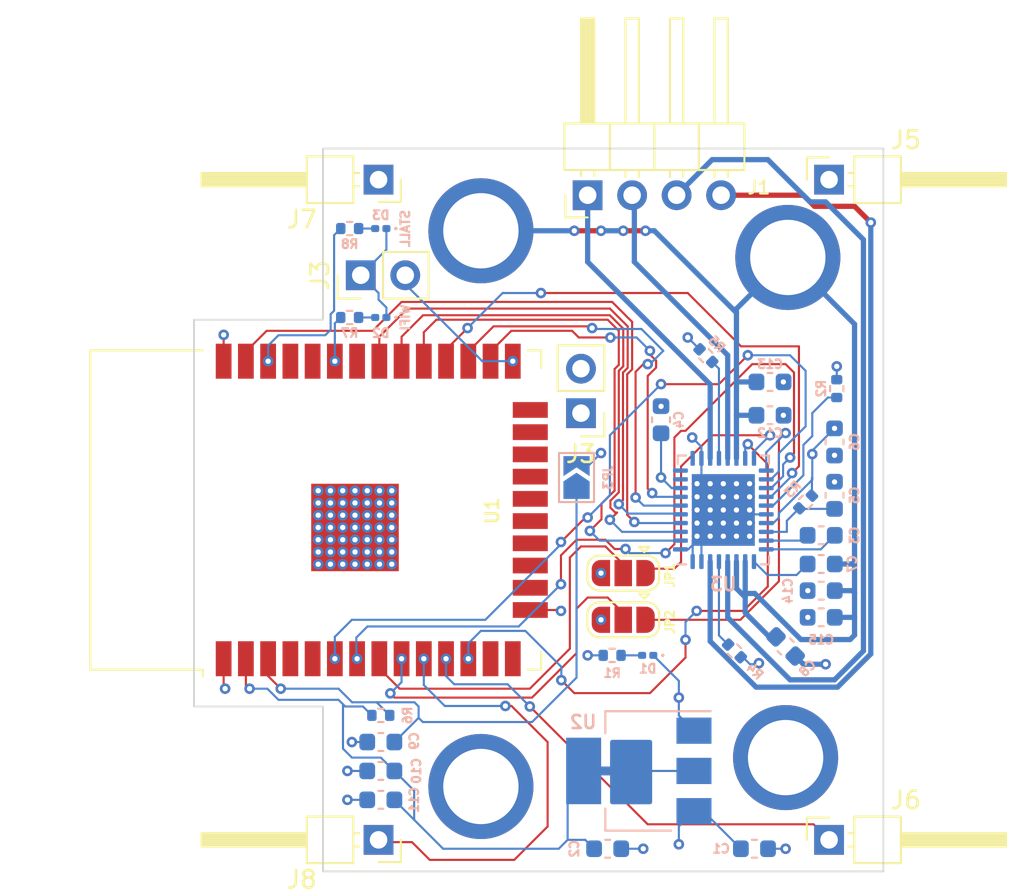
<source format=kicad_pcb>
(kicad_pcb (version 20211014) (generator pcbnew)
  (layers (0 "F.Cu" signal) (1 "In1.Cu" signal) (2 "In2.Cu" signal) (31 "B.Cu" signal) (34 "B.Paste" user) (35 "F.Paste" user) (36 "B.SilkS" user "B.Silkscreen") (37 "F.SilkS" user "F.Silkscreen") (38 "B.Mask" user) (39 "F.Mask" user) (44 "Edge.Cuts" user))
  (net 0 "")
  (net 1 "5V0")
  (net 2 "GNDREF")
  (net 3 "3V3")
  (net 4 "Net-(D1-Pad2)")
  (net 5 "EN")
  (net 6 "SENSOR_VP")
  (net 7 "SENSOR_VN")
  (net 8 "Net-(D2-Pad2)")
  (net 9 "Net-(D3-Pad2)")
  (net 10 "IO0")
  (net 11 "STALLPLUS")
  (net 12 "STALLMINUS")
  (net 13 "IO14")
  (net 14 "IO12")
  (net 15 "IO13")
  (net 16 "SCK")
  (net 17 "IO15")
  (net 18 "IO2")
  (net 20 "RXD0")
  (net 21 "TXD0")
  (net 23 "SHD{slash}SD2")
  (net 24 "SWP{slash}SD3")
  (net 25 "SCS{slash}CMD")
  (net 26 "SCK{slash}CLK")
  (net 27 "SDO{slash}SD0")
  (net 28 "SDI{slash}SD1")
  (net 29 "DIR")
  (net 30 "STEP")
  (net 31 "TMC_EN")
  (net 32 "CS")
  (net 33 "MISO")
  (net 34 "MOSI")
  (net 35 "SPI_MODE")
  (net 36 "DC0")
  (net 37 "DCEN_CFG4")
  (net 38 "DCIN_CFG5")
  (net 39 "DIAG0")
  (net 40 "DIAG1")
  (net 41 "Net-(C3-Pad1)")
  (net 42 "Net-(C3-Pad2)")
  (net 43 "Net-(C5-Pad2)")
  (net 44 "Net-(C7-Pad2)")
  (net 45 "Net-(J1-Pad1)")
  (net 46 "Net-(J1-Pad2)")
  (net 47 "Net-(J1-Pad3)")
  (net 48 "Net-(J1-Pad4)")
  (net 49 "Net-(R2-Pad2)")
  (net 50 "Net-(R4-Pad2)")
  (net 51 "Net-(R5-Pad1)")
  (net 53 "VM")
  (net 54 "Net-(JP1-Pad2)")
  (net 55 "Net-(JP2-Pad2)")
  (net 56 "Net-(R7-Pad1)")
  (net 57 "Net-(R8-Pad1)")
  (footprint "Connector_PinHeader_2.54mm:PinHeader_1x01_P2.54mm_Horizontal" (layer "F.Cu") (at 3.175 39.497 180)
    (fp_text reference "J8")
    (fp_text value "Conn_01x01_Male")
  )
  (footprint "MountingHole:MountingHole_4.3mm_M4" (layer "F.Cu") (at 26.543 6.223)
    (fp_text reference " ")
    (fp_text value " ")
  )
  (footprint "MountingHole:MountingHole_4.3mm_M4" (layer "F.Cu") (at 26.416 34.798)
    (fp_text reference " ")
    (fp_text value " ")
  )
  (footprint "Jumper:SolderJumper-3_P1.3mm_Open_RoundedPad1.0x1.5mm" (layer "F.Cu") (at 17.145 26.924 180)
    (fp_text reference "JP2")
    (fp_text value "SolderJumper_3_Open")
  )
  (footprint "MountingHole:MountingHole_4.3mm_M4" (layer "F.Cu") (at 9.017 4.699)
    (fp_text reference " ")
    (fp_text value " ")
  )
  (footprint "Connector_PinHeader_2.54mm:PinHeader_1x02_P2.54mm_Vertical" (layer "F.Cu") (at 14.732 15.118 180)
    (fp_text reference "J3")
    (fp_text value "Conn_01x02_Female")
  )
  (footprint "Connector_PinHeader_2.54mm:PinHeader_1x01_P2.54mm_Horizontal" (layer "F.Cu") (at 3.175 1.778 180)
    (fp_text reference "J7")
    (fp_text value "Conn_01x01_Male")
  )
  (footprint "Connector_PinHeader_2.54mm:PinHeader_1x01_P2.54mm_Horizontal" (layer "F.Cu") (at 28.899 39.497)
    (fp_text reference "J6")
    (fp_text value "Conn_01x01_Male")
  )
  (footprint "Connector_PinHeader_2.54mm:PinHeader_1x04_P2.54mm_Horizontal" (layer "F.Cu") (at 15.113 2.667 90)
    (fp_text reference "J1")
    (fp_text value "Conn_01x04_Male")
  )
  (footprint "MotorBracket:MotorBracker" (layer "F.Cu") (at 0.954955 -0.163712)
    (fp_text reference "  ")
    (fp_text value "MotorBracker")
  )
  (footprint "MountingHole:MountingHole_4.3mm_M4" (layer "F.Cu") (at 9.017 36.449)
    (fp_text reference " ")
    (fp_text value " ")
  )
  (footprint "RF_Module:ESP32-WROOM-32" (layer "F.Cu") (at 2.583 20.65 90)
    (fp_text reference "U1")
    (fp_text value "ESP32-WROOM-32D")
  )
  (footprint "Connector_PinHeader_2.54mm:PinHeader_1x01_P2.54mm_Horizontal" (layer "F.Cu") (at 28.899 1.778)
    (fp_text reference "J5")
    (fp_text value "Conn_01x01_Male")
  )
  (footprint "Jumper:SolderJumper-3_P1.3mm_Open_RoundedPad1.0x1.5mm" (layer "F.Cu") (at 17.145 24.257 180)
    (fp_text reference "JP1")
    (fp_text value "SolderJumper_3_Open")
  )
  (footprint "Connector_PinHeader_2.54mm:PinHeader_1x02_P2.54mm_Vertical" (layer "F.Cu") (at 2.159 7.239 90)
    (fp_text reference "J3")
    (fp_text value "Conn_01x02_Female")
  )
  (footprint "Resistor_SMD:R_0402_1005Metric" (layer "B.Cu") (at 16.51 28.956)
    (fp_text reference "R1")
    (fp_text value "R2k")
  )
  (footprint "Resistor_SMD:R_0402_1005Metric" (layer "B.Cu") (at 3.302 32.385)
    (fp_text reference "R6")
    (fp_text value "R10k")
  )
  (footprint "Resistor_SMD:R_0402_1005Metric" (layer "B.Cu") (at 23.495 28.702 135)
    (fp_text reference "R4")
    (fp_text value "0R11")
  )
  (footprint "Capacitor_SMD:C_0603_1608Metric" (layer "B.Cu") (at 3.302 33.909 180)
    (fp_text reference "C9")
    (fp_text value "C0u150V")
  )
  (footprint "Capacitor_SMD:C_0603_1608Metric" (layer "B.Cu") (at 25.527 15.24)
    (fp_text reference "C12")
    (fp_text value "C100nF")
  )
  (footprint "Capacitor_SMD:C_0603_1608Metric" (layer "B.Cu") (at 16.256 40.005)
    (fp_text reference "C2")
    (fp_text value "C22uF10V")
  )
  (footprint "Capacitor_SMD:C_0603_1608Metric" (layer "B.Cu") (at 28.448 23.736 180)
    (fp_text reference "C7")
    (fp_text value "C100nF")
  )
  (footprint "Capacitor_SMD:C_0603_1608Metric" (layer "B.Cu") (at 3.302 35.56 180)
    (fp_text reference "C10")
    (fp_text value "C22uF10V")
  )
  (footprint "Package_TO_SOT_SMD:SOT-223-3_TabPin2" (layer "B.Cu") (at 18.034 35.56 180)
    (fp_text reference "U2")
    (fp_text value "AMS1117-3.3")
  )
  (footprint "Resistor_SMD:R_0402_1005Metric" (layer "B.Cu") (at 1.524 9.652)
    (fp_text reference "R7")
    (fp_text value "R2k")
  )
  (footprint "Capacitor_SMD:C_0603_1608Metric" (layer "B.Cu") (at 3.302 37.211 180)
    (fp_text reference "C11")
    (fp_text value "C0u150V")
  )
  (footprint "Capacitor_SMD:C_0603_1608Metric" (layer "B.Cu") (at 25.527 13.335 180)
    (fp_text reference "C13")
    (fp_text value "C1uF")
  )
  (footprint "Resistor_SMD:R_0402_1005Metric" (layer "B.Cu") (at 29.337 13.716 -90)
    (fp_text reference "R2")
    (fp_text value "R6k8")
  )
  (footprint "Jumper:SolderJumper-2_P1.3mm_Open_TrianglePad1.0x1.5mm" (layer "B.Cu") (at 14.478 18.796 90)
    (fp_text reference "JP3")
    (fp_text value "SolderJumper_2_Open")
  )
  (footprint "Capacitor_SMD:C_0603_1608Metric" (layer "B.Cu") (at 29.21 19.812 -90)
    (fp_text reference "C5")
    (fp_text value "C470nF")
  )
  (footprint "Package_DFN_QFN:QFN-36-1EP_5x6mm_P0.5mm_EP3.6x4.1mm" (layer "B.Cu") (at 22.86 20.65)
    (fp_text reference "U3")
    (fp_text value "TMC2130-TA")
  )
  (footprint "LED_SMD:LED_0201_0603Metric" (layer "B.Cu") (at 18.542 28.956 180)
    (fp_text reference "D1")
    (fp_text value "LED")
  )
  (footprint "Capacitor_SMD:C_0603_1608Metric" (layer "B.Cu") (at 28.448 22.098 180)
    (fp_text reference "C3")
    (fp_text value "C22nF50V")
  )
  (footprint "Resistor_SMD:R_0402_1005Metric" (layer "B.Cu") (at 21.864376 11.831376 135)
    (fp_text reference "R5")
    (fp_text value "0R11")
  )
  (footprint "Capacitor_SMD:C_0603_1608Metric" (layer "B.Cu") (at 26.416 28.448 135)
    (fp_text reference "C8")
    (fp_text value "C100nF")
  )
  (footprint "Resistor_SMD:R_0402_1005Metric" (layer "B.Cu") (at 1.526 4.572)
    (fp_text reference "R8")
    (fp_text value "R2k")
  )
  (footprint "Capacitor_SMD:C_0603_1608Metric" (layer "B.Cu") (at 19.304 15.494 -90)
    (fp_text reference "C4")
    (fp_text value "C100nF")
  )
  (footprint "LED_SMD:LED_0201_0603Metric" (layer "B.Cu") (at 3.302 4.572 180)
    (fp_text reference "D3")
    (fp_text value "LED")
  )
  (footprint "LED_SMD:LED_0201_0603Metric" (layer "B.Cu") (at 3.302 9.652 180)
    (fp_text reference "D2")
    (fp_text value "LED")
  )
  (footprint "Capacitor_SMD:C_0603_1608Metric" (layer "B.Cu") (at 28.448 25.26 180)
    (fp_text reference "C14")
    (fp_text value "C100nF")
  )
  (footprint "Capacitor_SMD:C_0603_1608Metric" (layer "B.Cu") (at 24.638 40.005)
    (fp_text reference "C1")
    (fp_text value "C22uF10V")
  )
  (footprint "Resistor_SMD:R_0402_1005Metric" (layer "B.Cu") (at 27.559 20.193 45)
    (fp_text reference "R3")
    (fp_text value "2R2")
  )
  (footprint "Capacitor_SMD:C_0603_1608Metric" (layer "B.Cu") (at 28.448 26.784)
    (fp_text reference "C15")
    (fp_text value "C1uF")
  )
  (footprint "Capacitor_SMD:C_0603_1608Metric" (layer "B.Cu") (at 29.21 16.764 90)
    (fp_text reference "C6")
    (fp_text value "C2u2")
  )
  (gr_poly (pts (xy 32 41.3) (xy 0 41.3) (xy 0 31.877) (xy -7.366 31.877) (xy -7.366 9.779) (xy 0 9.779) (xy 0 0) (xy 32 0)) (layer "Edge.Cuts") (width 0.1) (fill none))
  (gr_text "STALL" (at 4.699 4.572 90) (layer "B.SilkS") (effects (font (size 0.5 0.5) (thickness 0.125)) (justify mirror)))
  (gr_text "WIFI" (at 4.699 9.652 90) (layer "B.SilkS") (effects (font (size 0.5 0.5) (thickness 0.125)) (justify mirror)))
  (via (at 19.304 18.796) (size 0.6) (drill 0.3) (layers "F.Cu" "B.Cu") (net 1))
  (via (at 15.113 28.956) (size 0.6) (drill 0.3) (layers "F.Cu" "B.Cu") (net 1))
  (via (at 29.21 15.989) (size 0.6) (drill 0.3) (layers "F.Cu" "B.Cu") (net 1))
  (via (at 29.337 12.446) (size 0.6) (drill 0.3) (layers "F.Cu" "B.Cu") (net 1))
  (via (at 20.32 39.751) (size 0.6) (drill 0.3) (layers "F.Cu" "B.Cu") (net 1))
  (via (at 27.94 17.456) (size 0.6) (drill 0.3) (layers "F.Cu" "B.Cu") (net 1))
  (segment (start 19.908 19.4) (end 19.304 18.796) (width 0.12) (layer "B.Cu") (net 1))
  (segment (start 26.035 21.082) (end 25.717 21.4) (width 0.12) (layer "B.Cu") (net 1))
  (segment (start 29.337 13.206) (end 29.337 12.446) (width 0.12) (layer "B.Cu") (net 1))
  (segment (start 21.184 37.86) (end 20.32 38.724) (width 0.12) (layer "B.Cu") (net 1))
  (segment (start 27.94 18.923) (end 26.035 20.828) (width 0.12) (layer "B.Cu") (net 1))
  (segment (start 21.718 37.86) (end 21.184 37.86) (width 0.12) (layer "B.Cu") (net 1))
  (segment (start 27.919624 18.816376) (end 27.94 18.796) (width 0.12) (layer "B.Cu") (net 1))
  (segment (start 19.304 16.269) (end 19.304 18.796) (width 0.12) (layer "B.Cu") (net 1))
  (segment (start 20.32 38.724) (end 20.32 39.751) (width 0.12) (layer "B.Cu") (net 1))
  (segment (start 27.94 17.259) (end 29.21 15.989) (width 0.12) (layer "B.Cu") (net 1))
  (segment (start 27.94 18.796) (end 27.94 18.923) (width 0.12) (layer "B.Cu") (net 1))
  (segment (start 27.919624 19.832376) (end 27.919624 18.816376) (width 0.12) (layer "B.Cu") (net 1))
  (segment (start 27.94 17.456) (end 27.94 17.259) (width 0.12) (layer "B.Cu") (net 1))
  (segment (start 20.41 19.4) (end 19.908 19.4) (width 0.12) (layer "B.Cu") (net 1))
  (segment (start 27.94 17.456) (end 27.94 18.796) (width 0.12) (layer "B.Cu") (net 1))
  (segment (start 23.863 40.005) (end 21.718 37.86) (width 0.12) (layer "B.Cu") (net 1))
  (segment (start 26.035 20.828) (end 26.035 21.082) (width 0.12) (layer "B.Cu") (net 1))
  (segment (start 25.717 21.4) (end 25.31 21.4) (width 0.12) (layer "B.Cu") (net 1))
  (segment (start 16 28.956) (end 15.113 28.956) (width 0.12) (layer "B.Cu") (net 1))
  (segment (start 15.845 26.924) (end 15.875 26.924) (width 0.12) (layer "F.Cu") (net 2))
  (segment (start -5.672 10.647498) (end -5.66955 10.645048) (width 0.12) (layer "F.Cu") (net 2))
  (segment (start 11.838 26.365) (end 13.538 26.365) (width 0.12) (layer "F.Cu") (net 2))
  (segment (start 15.845 24.257) (end 15.875 24.257) (width 0.12) (layer "F.Cu") (net 2))
  (segment (start -5.672 29.15) (end -5.672 30.777) (width 0.12) (layer "F.Cu") (net 2))
  (segment (start 13.538 26.365) (end 13.589 26.416) (width 0.12) (layer "F.Cu") (net 2))
  (segment (start -5.672 12.15) (end -5.672 10.647498) (width 0.12) (layer "F.Cu") (net 2))
  (segment (start -5.672 30.777) (end -5.588 30.861) (width 0.12) (layer "F.Cu") (net 2))
  (via (at 1.128 23.75) (size 0.6) (drill 0.3) (layers "F.Cu" "B.Cu") (net 2))
  (via (at -0.272 21.65) (size 0.6) (drill 0.3) (layers "F.Cu" "B.Cu") (net 2))
  (via (at 13.589 26.416) (size 0.6) (drill 0.3) (layers "F.Cu" "B.Cu") (net 2))
  (via (at 0.428 22.35) (size 0.6) (drill 0.3) (layers "F.Cu" "B.Cu") (net 2))
  (via (at 19.304 14.732) (size 0.6) (drill 0.3) (layers "F.Cu" "B.Cu") (net 2))
  (via (at 21.36 22.15) (size 0.6) (drill 0.3) (layers "F.Cu" "B.Cu") (net 2))
  (via (at 23.61 20.65) (size 0.6) (drill 0.3) (layers "F.Cu" "B.Cu") (net 2))
  (via (at 1.828 20.25) (size 0.6) (drill 0.3) (layers "F.Cu" "B.Cu") (net 2))
  (via (at 24.36 22.15) (size 0.6) (drill 0.3) (layers "F.Cu" "B.Cu") (net 2))
  (via (at 1.828 22.35) (size 0.6) (drill 0.3) (layers "F.Cu" "B.Cu") (net 2))
  (via (at 0.428 20.95) (size 0.6) (drill 0.3) (layers "F.Cu" "B.Cu") (net 2))
  (via (at 21.082 16.51) (size 0.6) (drill 0.3) (layers "F.Cu" "B.Cu") (net 2))
  (via (at 1.828 23.05) (size 0.6) (drill 0.3) (layers "F.Cu" "B.Cu") (net 2))
  (via (at 2.528 20.95) (size 0.6) (drill 0.3) (layers "F.Cu" "B.Cu") (net 2))
  (via (at 1.828 23.75) (size 0.6) (drill 0.3) (layers "F.Cu" "B.Cu") (net 2))
  (via (at 1.828 21.65) (size 0.6) (drill 0.3) (layers "F.Cu" "B.Cu") (net 2))
  (via (at 3.928 20.95) (size 0.6) (drill 0.3) (layers "F.Cu" "B.Cu") (net 2))
  (via (at 23.61 22.15) (size 0.6) (drill 0.3) (layers "F.Cu" "B.Cu") (net 2))
  (via (at 3.928 23.75) (size 0.6) (drill 0.3) (layers "F.Cu" "B.Cu") (net 2))
  (via (at 24.36 19.15) (size 0.6) (drill 0.3) (layers "F.Cu" "B.Cu") (net 2))
  (via (at 1.397 35.56) (size 0.6) (drill 0.3) (layers "F.Cu" "B.Cu") (net 2))
  (via (at 20.828 10.795) (size 0.6) (drill 0.3) (layers "F.Cu" "B.Cu") (net 2))
  (via (at -5.66955 10.645048) (size 0.6) (drill 0.3) (layers "F.Cu" "B.Cu") (net 2))
  (via (at 29.21 17.526) (size 0.6) (drill 0.3) (layers "F.Cu" "B.Cu") (net 2))
  (via (at 2.528 22.35) (size 0.6) (drill 0.3) (layers "F.Cu" "B.Cu") (net 2))
  (via (at 3.228 23.75) (size 0.6) (drill 0.3) (layers "F.Cu" "B.Cu") (net 2))
  (via (at -0.272 20.25) (size 0.6) (drill 0.3) (layers "F.Cu" "B.Cu") (net 2))
  (via (at 15.875 17.399) (size 0.6) (drill 0.3) (layers "F.Cu" "B.Cu") (net 2))
  (via (at 21.36 19.9) (size 0.6) (drill 0.3) (layers "F.Cu" "B.Cu") (net 2))
  (via (at 1.828 20.95) (size 0.6) (drill 0.3) (layers "F.Cu" "B.Cu") (net 2))
  (via (at 0.428 23.05) (size 0.6) (drill 0.3) (layers "F.Cu" "B.Cu") (net 2))
  (via (at 22.86 20.65) (size 0.6) (drill 0.3) (layers "F.Cu" "B.Cu") (net 2))
  (via (at -0.272 20.95) (size 0.6) (drill 0.3) (layers "F.Cu" "B.Cu") (net 2))
  (via (at 3.228 20.25) (size 0.6) (drill 0.3) (layers "F.Cu" "B.Cu") (net 2))
  (via (at 18.288 40.005) (size 0.6) (drill 0.3) (layers "F.Cu" "B.Cu") (net 2))
  (via (at 22.86 21.4) (size 0.6) (drill 0.3) (layers "F.Cu" "B.Cu") (net 2))
  (via (at 0.428 19.55) (size 0.6) (drill 0.3) (layers "F.Cu" "B.Cu") (net 2))
  (via (at 27.686 25.26) (size 0.6) (drill 0.3) (layers "F.Cu" "B.Cu") (net 2))
  (via (at -5.588 30.861) (size 0.6) (drill 0.3) (layers "F.Cu" "B.Cu") (net 2))
  (via (at 23.61 19.15) (size 0.6) (drill 0.3) (layers "F.Cu" "B.Cu") (net 2))
  (via (at 15.875 24.257) (size 0.6) (drill 0.3) (layers "F.Cu" "B.Cu") (net 2))
  (via (at 3.928 20.25) (size 0.6) (drill 0.3) (layers "F.Cu" "B.Cu") (net 2))
  (via (at 2.528 23.75) (size 0.6) (drill 0.3) (layers "F.Cu" "B.Cu") (net 2))
  (via (at 3.228 19.55) (size 0.6) (drill 0.3) (layers "F.Cu" "B.Cu") (net 2))
  (via (at 21.36 21.4) (size 0.6) (drill 0.3) (layers "F.Cu" "B.Cu") (net 2))
  (via (at 2.528 21.65) (size 0.6) (drill 0.3) (layers "F.Cu" "B.Cu") (net 2))
  (via (at 2.528 23.05) (size 0.6) (drill 0.3) (layers "F.Cu" "B.Cu") (net 2))
  (via (at 1.128 23.05) (size 0.6) (drill 0.3) (layers "F.Cu" "B.Cu") (net 2))
  (via (at 20.32 31.369) (size 0.6) (drill 0.3) (layers "F.Cu" "B.Cu") (net 2))
  (via (at -0.272 19.55) (size 0.6) (drill 0.3) (layers "F.Cu" "B.Cu") (net 2))
  (via (at 29.21 19.05) (size 0.6) (drill 0.3) (layers "F.Cu" "B.Cu") (net 2))
  (via (at 27.686 26.784) (size 0.6) (drill 0.3) (layers "F.Cu" "B.Cu") (net 2))
  (via (at 24.36 21.4) (size 0.6) (drill 0.3) (layers "F.Cu" "B.Cu") (net 2))
  (via (at 0.428 20.25) (size 0.6) (drill 0.3) (layers "F.Cu" "B.Cu") (net 2))
  (via (at 26.289 13.335) (size 0.6) (drill 0.3) (layers "F.Cu" "B.Cu") (net 2))
  (via (at 24.36 19.9) (size 0.6) (drill 0.3) (layers "F.Cu" "B.Cu") (net 2))
  (via (at 1.397 37.211) (size 0.6) (drill 0.3) (layers "F.Cu" "B.Cu") (net 2))
  (via (at -0.272 23.05) (size 0.6) (drill 0.3) (layers "F.Cu" "B.Cu") (net 2))
  (via (at 21.36 19.15) (size 0.6) (drill 0.3) (layers "F.Cu" "B.Cu") (net 2))
  (via (at 3.928 21.65) (size 0.6) (drill 0.3) (layers "F.Cu" "B.Cu") (net 2))
  (via (at 3.228 21.65) (size 0.6) (drill 0.3) (layers "F.Cu" "B.Cu") (net 2))
  (via (at 22.11 20.65) (size 0.6) (drill 0.3) (layers "F.Cu" "B.Cu") (net 2))
  (via (at 26.289 15.24) (size 0.6) (drill 0.3) (layers "F.Cu" "B.Cu") (net 2))
  (via (at 22.11 19.9) (size 0.6) (drill 0.3) (layers "F.Cu" "B.Cu") (net 2))
  (via (at 22.11 19.15) (size 0.6) (drill 0.3) (layers "F.Cu" "B.Cu") (net 2))
  (via (at 1.128 20.25) (size 0.6) (drill 0.3) (layers "F.Cu" "B.Cu") (net 2))
  (via (at 1.128 20.95) (size 0.6) (drill 0.3) (layers "F.Cu" "B.Cu") (net 2))
  (via (at 24.36 20.65) (size 0.6) (drill 0.3) (layers "F.Cu" "B.Cu") (net 2))
  (via (at 24.892 29.4025) (size 0.6) (drill 0.3) (layers "F.Cu" "B.Cu") (net 2))
  (via (at 26.416 40.005) (size 0.6) (drill 0.3) (layers "F.Cu" "B.Cu") (net 2))
  (via (at 15.875 26.924) (size 0.6) (drill 0.3) (layers "F.Cu" "B.Cu") (net 2))
  (via (at 1.128 19.55) (size 0.6) (drill 0.3) (layers "F.Cu" "B.Cu") (net 2))
  (via (at 22.86 19.9) (size 0.6) (drill 0.3) (layers "F.Cu" "B.Cu") (net 2))
  (via (at 22.86 19.15) (size 0.6) (drill 0.3) (layers "F.Cu" "B.Cu") (net 2))
  (via (at 23.61 21.4) (size 0.6) (drill 0.3) (layers "F.Cu" "B.Cu") (net 2))
  (via (at 3.228 20.95) (size 0.6) (drill 0.3) (layers "F.Cu" "B.Cu") (net 2))
  (via (at 1.828 19.55) (size 0.6) (drill 0.3) (layers "F.Cu" "B.Cu") (net 2))
  (via (at 22.86 22.15) (size 0.6) (drill 0.3) (layers "F.Cu" "B.Cu") (net 2))
  (via (at 3.228 23.05) (size 0.6) (drill 0.3) (layers "F.Cu" "B.Cu") (net 2))
  (via (at 2.528 19.55) (size 0.6) (drill 0.3) (layers "F.Cu" "B.Cu") (net 2))
  (via (at 2.528 20.25) (size 0.6) (drill 0.3) (layers "F.Cu" "B.Cu") (net 2))
  (via (at 22.11 21.4) (size 0.6) (drill 0.3) (layers "F.Cu" "B.Cu") (net 2))
  (via (at 1.128 21.65) (size 0.6) (drill 0.3) (layers "F.Cu" "B.Cu") (net 2))
  (via (at 0.428 21.65) (size 0.6) (drill 0.3) (layers "F.Cu" "B.Cu") (net 2))
  (via (at 0.428 23.75) (size 0.6) (drill 0.3) (layers "F.Cu" "B.Cu") (net 2))
  (via (at -0.272 23.75) (size 0.6) (drill 0.3) (layers "F.Cu" "B.Cu") (net 2))
  (via (at 1.128 22.35) (size 0.6) (drill 0.3) (layers "F.Cu" "B.Cu") (net 2))
  (via (at -0.272 22.35) (size 0.6) (drill 0.3) (layers "F.Cu" "B.Cu") (net 2))
  (via (at 21.36 20.65) (size 0.6) (drill 0.3) (layers "F.Cu" "B.Cu") (net 2))
  (via (at 1.651 33.909) (size 0.6) (drill 0.3) (layers "F.Cu" "B.Cu") (net 2))
  (via (at 3.928 23.05) (size 0.6) (drill 0.3) (layers "F.Cu" "B.Cu") (net 2))
  (via (at 3.228 22.35) (size 0.6) (drill 0.3) (layers "F.Cu" "B.Cu") (net 2))
  (via (at 22.11 22.15) (size 0.6) (drill 0.3) (layers "F.Cu" "B.Cu") (net 2))
  (via (at 23.61 19.9) (size 0.6) (drill 0.3) (layers "F.Cu" "B.Cu") (net 2))
  (via (at 3.928 19.55) (size 0.6) (drill 0.3) (layers "F.Cu" "B.Cu") (net 2))
  (via (at 3.928 22.35) (size 0.6) (drill 0.3) (layers "F.Cu" "B.Cu") (net 2))
  (via (at 28.702 29.464) (size 0.6) (drill 0.3) (layers "F.Cu" "B.Cu") (net 2))
  (segment (start 26.964008 28.996008) (end 27.432 29.464) (width 0.3) (layer "B.Cu") (net 2))
  (segment (start 29.21 17.539) (end 29.21 17.526) (width 0.12) (layer "B.Cu") (net 2))
  (segment (start 3.622 5.776) (end 2.159 7.239) (width 0.12) (layer "B.Cu") (net 2))
  (segment (start 3.175 8.636) (end 3.175 8.255) (width 0.12) (layer "B.Cu") (net 2))
  (segment (start 20.32 31.369) (end 20.32 32.396) (width 0.12) (layer "B.Cu") (net 2))
  (segment (start 3.175 8.255) (end 2.159 7.239) (width 0.12) (layer "B.Cu") (net 2))
  (segment (start 21.61 17.7) (end 21.61 19.4) (width 0.12) (layer "B.Cu") (net 2))
  (segment (start 27.432 29.464) (end 28.702 29.464) (width 0.3) (layer "B.Cu") (net 2))
  (segment (start 3.622 9.083) (end 3.175 8.636) (width 0.12) (layer "B.Cu") (net 2))
  (segment (start 21.503752 11.470752) (end 20.828 10.795) (width 0.12) (layer "B.Cu") (net 2))
  (segment (start 25.413 40.005) (end 26.416 40.005) (width 0.12) (layer "B.Cu") (net 2))
  (segment (start 20.32 32.396) (end 21.184 33.26) (width 0.12) (layer "B.Cu") (net 2))
  (segment (start 21.11 23.6) (end 21.11 22.4) (width 0.12) (layer "B.Cu") (net 2))
  (segment (start 20.86 22.9) (end 22.86 20.9) (width 0.12) (layer "B.Cu") (net 2))
  (segment (start 21.61 17.038) (end 21.082 16.51) (width 0.12) (layer "B.Cu") (net 2))
  (segment (start 21.61 19.4) (end 22.86 20.65) (width 0.12) (layer "B.Cu") (net 2))
  (segment (start 21.61 17.7) (end 21.61 17.038) (width 0.12) (layer "B.Cu") (net 2))
  (segment (start 24.384 29.464) (end 24.8305 29.464) (width 0.12) (layer "B.Cu") (net 2))
  (segment (start 27.673 26.784) (end 27.686 26.784) (width 0.12) (layer "B.Cu") (net 2))
  (segment (start 15.203 18.071) (end 15.875 17.399) (width 0.12) (layer "B.Cu") (net 2))
  (segment (start 21.61 23.6) (end 21.61 21.9) (width 0.12) (layer "B.Cu") (net 2))
  (segment (start 27.673 25.26) (end 27.686 25.26) (width 0.12) (layer "B.Cu") (net 2))
  (segment (start 21.11 22.4) (end 22.86 20.65) (width 0.12) (layer "B.Cu") (net 2))
  (segment (start 1.397 37.211) (end 2.527 37.211) (width 0.12) (layer "B.Cu") (net 2))
  (segment (start 14.478 18.071) (end 15.203 18.071) (width 0.12) (layer "B.Cu") (net 2))
  (segment (start 22.86 20.9) (end 22.86 20.65) (width 0.12) (layer "B.Cu") (net 2))
  (segment (start 20.32 30.414) (end 20.32 31.369) (width 0.12) (layer "B.Cu") (net 2))
  (segment (start 1.651 33.909) (end 2.527 33.909) (width 0.12) (layer "B.Cu") (net 2))
  (segment (start 29.21 19.037) (end 29.21 19.05) (width 0.12) (layer "B.Cu") (net 2))
  (segment (start 3.622 4.572) (end 3.622 5.776) (width 0.12) (layer "B.Cu") (net 2))
  (segment (start 1.397 35.56) (end 2.527 35.56) (width 0.12) (layer "B.Cu") (net 2))
  (segment (start 24.8305 29.464) (end 24.892 29.4025) (width 0.12) (layer "B.Cu") (net 2))
  (segment (start 25.31 20.9) (end 23.11 20.9) (width 0.12) (layer "B.Cu") (net 2))
  (segment (start 23.982624 29.062624) (end 24.384 29.464) (width 0.12) (layer "B.Cu") (net 2))
  (segment (start 3.622 9.652) (end 3.622 9.083) (width 0.12) (layer "B.Cu") (net 2))
  (segment (start 18.862 28.956) (end 20.32 30.414) (width 0.12) (layer "B.Cu") (net 2))
  (segment (start 23.855624 29.062624) (end 23.982624 29.062624) (width 0.12) (layer "B.Cu") (net 2))
  (segment (start 19.304 14.719) (end 19.304 14.732) (width 0.12) (layer "B.Cu") (net 2))
  (segment (start 26.302 15.24) (end 26.289 15.24) (width 0.12) (layer "B.Cu") (net 2))
  (segment (start 26.302 13.335) (end 26.289 13.335) (width 0.12) (layer "B.Cu") (net 2))
  (segment (start 23.11 20.9) (end 22.86 20.65) (width 0.12) (layer "B.Cu") (net 2))
  (segment (start 17.031 40.005) (end 18.288 40.005) (width 0.12) (layer "B.Cu") (net 2))
  (segment (start 20.41 22.9) (end 20.86 22.9) (width 0.12) (layer "B.Cu") (net 2))
  (segment (start -4.402 30.65) (end -4.402 29.15) (width 0.12) (layer "F.Cu") (net 3))
  (segment (start -4.191 30.861) (end -4.402 30.65) (width 0.12) (layer "F.Cu") (net 3))
  (via (at -4.191 30.861) (size 0.6) (drill 0.3) (layers "F.Cu" "B.Cu") (net 3))
  (segment (start 3.302 34.798) (end 4.064 35.56) (width 0.12) (layer "B.Cu") (net 3))
  (segment (start 5.207 36.69) (end 4.077 35.56) (width 0.12) (layer "B.Cu") (net 3))
  (segment (start 13.97 39.497) (end 13.462 40.005) (width 0.12) (layer "B.Cu") (net 3))
  (segment (start 4.077 37.224) (end 5.207 38.354) (width 0.12) (layer "B.Cu") (net 3))
  (segment (start 21.184 35.56) (end 14.884 35.56) (width 0.12) (layer "B.Cu") (net 3))
  (segment (start 1.143 31.75) (end 1.143 34.29) (width 0.12) (layer "B.Cu") (net 3))
  (segment (start -4.191 30.861) (end -3.175 30.861) (width 0.12) (layer "B.Cu") (net 3))
  (segment (start 14.973 39.497) (end 15.481 40.005) (width 0.12) (layer "B.Cu") (net 3))
  (segment (start 13.97 35.56) (end 13.97 39.497) (width 0.12) (layer "B.Cu") (net 3))
  (segment (start 5.207 38.354) (end 5.207 36.69) (width 0.12) (layer "B.Cu") (net 3))
  (segment (start 13.462 40.005) (end 6.858 40.005) (width 0.12) (layer "B.Cu") (net 3))
  (segment (start 6.858 40.005) (end 5.207 38.354) (width 0.12) (layer "B.Cu") (net 3))
  (segment (start -2.54 31.496) (end 0.889 31.496) (width 0.12) (layer "B.Cu") (net 3))
  (segment (start 1.651 34.798) (end 3.302 34.798) (width 0.12) (layer "B.Cu") (net 3))
  (segment (start 4.077 37.211) (end 4.077 37.224) (width 0.12) (layer "B.Cu") (net 3))
  (segment (start 0.889 31.496) (end 1.269999 31.876999) (width 0.12) (layer "B.Cu") (net 3))
  (segment (start 2.284 31.877) (end 1.269999 31.876999) (width 0.12) (layer "B.Cu") (net 3))
  (segment (start 13.97 39.497) (end 14.973 39.497) (width 0.12) (layer "B.Cu") (net 3))
  (segment (start 4.064 35.56) (end 4.077 35.56) (width 0.12) (layer "B.Cu") (net 3))
  (segment (start 1.143 34.29) (end 1.651 34.798) (width 0.12) (layer "B.Cu") (net 3))
  (segment (start 2.792 32.385) (end 2.284 31.877) (width 0.12) (layer "B.Cu") (net 3))
  (segment (start -3.175 30.861) (end -2.54 31.496) (width 0.12) (layer "B.Cu") (net 3))
  (segment (start 17.02 28.956) (end 18.222 28.956) (width 0.12) (layer "B.Cu") (net 4))
  (segment (start -3.132 30.142) (end -2.413 30.861) (width 0.12) (layer "F.Cu") (net 5))
  (segment (start -3.132 29.15) (end -3.132 30.142) (width 0.12) (layer "F.Cu") (net 5))
  (via (at -2.413 30.861) (size 0.6) (drill 0.3) (layers "F.Cu" "B.Cu") (net 5))
  (segment (start 14.478 19.521) (end 14.478 30.226) (width 0.12) (layer "B.Cu") (net 5))
  (segment (start 1.66548 31.63748) (end 3.06448 31.63748) (width 0.12) (layer "B.Cu") (net 5))
  (segment (start 0.889 30.861) (end 1.66548 31.63748) (width 0.12) (layer "B.Cu") (net 5))
  (segment (start 5.461 31.877) (end 5.461 32.525) (width 0.12) (layer "B.Cu") (net 5))
  (segment (start -2.413 30.861) (end 0.889 30.861) (width 0.12) (layer "B.Cu") (net 5))
  (segment (start 11.938 32.766) (end 5.702 32.766) (width 0.12) (layer "B.Cu") (net 5))
  (segment (start 5.702 32.766) (end 5.461 32.525) (width 0.12) (layer "B.Cu") (net 5))
  (segment (start 5.461 32.525) (end 4.077 33.909) (width 0.12) (layer "B.Cu") (net 5))
  (segment (start 14.478 30.226) (end 11.938 32.766) (width 0.12) (layer "B.Cu") (net 5))
  (segment (start 3.06448 31.63748) (end 3.812 32.385) (width 0.12) (layer "B.Cu") (net 5))
  (segment (start 5.22148 31.63748) (end 5.461 31.877) (width 0.12) (layer "B.Cu") (net 5))
  (segment (start 3.06448 31.63748) (end 5.22148 31.63748) (width 0.12) (layer "B.Cu") (net 5))
  (segment (start 2.034 9.652) (end 2.982 9.652) (width 0.12) (layer "B.Cu") (net 8))
  (segment (start 2.036 4.572) (end 2.982 4.572) (width 0.12) (layer "B.Cu") (net 9))
  (via (at 10.838 12.15) (size 0.6) (drill 0.3) (layers "F.Cu" "B.Cu") (net 10))
  (segment (start 4.699 7.752) (end 9.097 12.15) (width 0.12) (layer "B.Cu") (net 10))
  (segment (start 4.699 7.239) (end 4.699 7.752) (width 0.12) (layer "B.Cu") (net 10))
  (segment (start 9.097 12.15) (end 10.838 12.15) (width 0.12) (layer "B.Cu") (net 10))
  (segment (start 10.922 40.64) (end 12.827 38.735) (width 0.12) (layer "F.Cu") (net 11))
  (segment (start 3.175 39.497) (end 3.306511 39.628511) (width 0.12) (layer "F.Cu") (net 11))
  (segment (start 5.084511 39.628511) (end 6.096 40.64) (width 0.12) (layer "F.Cu") (net 11))
  (segment (start 10.7665 31.8485) (end 12.827 33.909) (width 0.12) (layer "F.Cu") (net 11))
  (segment (start 3.306511 39.628511) (end 5.084511 39.628511) (width 0.12) (layer "F.Cu") (net 11))
  (segment (start 10.7665 31.8485) (end 10.414 31.8485) (width 0.12) (layer "F.Cu") (net 11))
  (segment (start 6.096 40.64) (end 10.922 40.64) (width 0.12) (layer "F.Cu") (net 11))
  (segment (start 12.827 38.735) (end 12.827 33.909) (width 0.12) (layer "F.Cu") (net 11))
  (via (at 5.758 29.15) (size 0.6) (drill 0.3) (layers "F.Cu" "B.Cu") (net 11))
  (via (at 10.414 31.8485) (size 0.6) (drill 0.3) (layers "F.Cu" "B.Cu") (net 11))
  (segment (start 5.758 30.65) (end 5.758 29.15) (width 0.12) (layer "B.Cu") (net 11))
  (segment (start 6.9565 31.8485) (end 5.758 30.65) (width 0.12) (layer "B.Cu") (net 11))
  (segment (start 10.414 31.8485) (end 6.9565 31.8485) (width 0.12) (layer "B.Cu") (net 11))
  (segment (start 18.542 38.608) (end 11.811 31.877) (width 0.12) (layer "F.Cu") (net 12))
  (segment (start 18.542 38.608) (end 28.01 38.608) (width 0.12) (layer "F.Cu") (net 12))
  (segment (start 28.899 39.497) (end 28.01 38.608) (width 0.12) (layer "F.Cu") (net 12))
  (via (at 11.811 31.877) (size 0.6) (drill 0.3) (layers "F.Cu" "B.Cu") (net 12))
  (via (at 7.028 29.15) (size 0.6) (drill 0.3) (layers "F.Cu" "B.Cu") (net 12))
  (segment (start 7.493 30.607) (end 7.028 30.142) (width 0.12) (layer "B.Cu") (net 12))
  (segment (start 7.028 30.142) (end 7.028 29.15) (width 0.12) (layer "B.Cu") (net 12))
  (segment (start 11.811 31.877) (end 10.541 30.607) (width 0.12) (layer "B.Cu") (net 12))
  (segment (start 10.541 30.607) (end 7.493 30.607) (width 0.12) (layer "B.Cu") (net 12))
  (segment (start 16.692383 20.799511) (end 16.411493 20.518621) (width 0.12) (layer "F.Cu") (net 16))
  (segment (start 16.383 21.209) (end 16.792489 20.799511) (width 0.12) (layer "F.Cu") (net 16))
  (segment (start 16.792489 20.799511) (end 16.692383 20.799511) (width 0.12) (layer "F.Cu") (net 16))
  (segment (start 4.488 10.752) (end 4.488 12.15) (width 0.12) (layer "F.Cu") (net 16))
  (segment (start 16.891464 19.641408) (end 16.891466 12.699338) (width 0.12) (layer "F.Cu") (net 16))
  (segment (start 16.383 9.525) (end 5.715 9.525) (width 0.12) (layer "F.Cu") (net 16))
  (segment (start 5.715 9.525) (end 4.488 10.752) (width 0.12) (layer "F.Cu") (net 16))
  (segment (start 16.411493 20.121379) (end 16.891464 19.641408) (width 0.12) (layer "F.Cu") (net 16))
  (segment (start 16.891466 12.699338) (end 17.145 12.445804) (width 0.12) (layer "F.Cu") (net 16))
  (segment (start 17.145 10.287) (end 16.383 9.525) (width 0.12) (layer "F.Cu") (net 16))
  (segment (start 17.145 12.445804) (end 17.145 10.287) (width 0.12) (layer "F.Cu") (net 16))
  (segment (start 16.411493 20.518621) (end 16.411493 20.121379) (width 0.12) (layer "F.Cu") (net 16))
  (via (at 16.383 21.209) (size 0.6) (drill 0.3) (layers "F.Cu" "B.Cu") (net 16))
  (segment (start 16.383 21.209) (end 17.074 21.9) (width 0.12) (layer "B.Cu") (net 16))
  (segment (start 17.074 21.9) (end 20.41 21.9) (width 0.12) (layer "B.Cu") (net 16))
  (segment (start 18.669 11.767868) (end 19.021511 12.120379) (width 0.12) (layer "F.Cu") (net 29))
  (segment (start 18.669 11.557) (end 18.669 11.767868) (width 0.12) (layer "F.Cu") (net 29))
  (segment (start 10.754 10.414) (end 9.568 11.6) (width 0.12) (layer "F.Cu") (net 29))
  (segment (start 18.542 12.997132) (end 18.542 19.431) (width 0.12) (layer "F.Cu") (net 29))
  (segment (start 19.021511 12.120379) (end 19.021511 12.517621) (width 0.12) (layer "F.Cu") (net 29))
  (segment (start 19.021511 12.517621) (end 18.542 12.997132) (width 0.12) (layer "F.Cu") (net 29))
  (segment (start 9.568 11.6) (end 9.568 12.15) (width 0.12) (layer "F.Cu") (net 29))
  (segment (start 14.605 10.795) (end 14.224 10.414) (width 0.12) (layer "F.Cu") (net 29))
  (segment (start 16.4115 10.795) (end 14.605 10.795) (width 0.12) (layer "F.Cu") (net 29))
  (segment (start 14.224 10.414) (end 10.754 10.414) (width 0.12) (layer "F.Cu") (net 29))
  (segment (start 18.542 19.431) (end 18.796 19.685) (width 0.12) (layer "F.Cu") (net 29))
  (via (at 18.669 11.557) (size 0.6) (drill 0.3) (layers "F.Cu" "B.Cu") (net 29))
  (via (at 18.796 19.685) (size 0.6) (drill 0.3) (layers "F.Cu" "B.Cu") (net 29))
  (via (at 16.4115 10.795) (size 0.6) (drill 0.3) (layers "F.Cu" "B.Cu") (net 29))
  (segment (start 17.907 10.795) (end 18.669 11.557) (width 0.12) (layer "B.Cu") (net 29))
  (segment (start 18.796 19.685) (end 19.011 19.9) (width 0.12) (layer "B.Cu") (net 29))
  (segment (start 19.011 19.9) (end 20.41 19.9) (width 0.12) (layer "B.Cu") (net 29))
  (segment (start 16.4115 10.795) (end 17.907 10.795) (width 0.12) (layer "B.Cu") (net 29))
  (segment (start 15.367 10.2585) (end 15.2685 10.16) (width 0.12) (layer "F.Cu") (net 30))
  (segment (start 18.288 12.319) (end 18.542 12.319) (width 0.12) (layer "F.Cu") (net 30))
  (segment (start 17.850015 12.756985) (end 18.288 12.319) (width 0.12) (layer "F.Cu") (net 30))
  (segment (start 9.738 10.16) (end 8.298 11.6) (width 0.12) (layer "F.Cu") (net 30))
  (segment (start 17.850015 19.939) (end 17.850015 12.756985) (width 0.12) (layer "F.Cu") (net 30))
  (segment (start 15.2685 10.16) (end 9.738 10.16) (width 0.12) (layer "F.Cu") (net 30))
  (segment (start 8.298 11.6) (end 8.298 12.15) (width 0.12) (layer "F.Cu") (net 30))
  (via (at 18.542 12.319) (size 0.6) (drill 0.3) (layers "F.Cu" "B.Cu") (net 30))
  (via (at 17.850015 19.939) (size 0.6) (drill 0.3) (layers "F.Cu" "B.Cu") (net 30))
  (via (at 15.367 10.2585) (size 0.6) (drill 0.3) (layers "F.Cu" "B.Cu") (net 30))
  (segment (start 18.669 12.319) (end 18.542 12.319) (width 0.12) (layer "B.Cu") (net 30))
  (segment (start 19.431 11.557) (end 18.669 12.319) (width 0.12) (layer "B.Cu") (net 30))
  (segment (start 17.850015 19.939) (end 18.311015 20.4) (width 0.12) (layer "B.Cu") (net 30))
  (segment (start 18.182558 10.308558) (end 19.431 11.557) (width 0.12) (layer "B.Cu") (net 30))
  (segment (start 18.311015 20.4) (end 20.41 20.4) (width 0.12) (layer "B.Cu") (net 30))
  (segment (start 15.367 10.2585) (end 15.417058 10.308558) (width 0.12) (layer "B.Cu") (net 30))
  (segment (start 15.417058 10.308558) (end 18.182558 10.308558) (width 0.12) (layer "B.Cu") (net 30))
  (segment (start 20.828 8.255) (end 12.446 8.255) (width 0.12) (layer "F.Cu") (net 31))
  (segment (start 27.178 18.150866) (end 27.178 11.303) (width 0.12) (layer "F.Cu") (net 31))
  (segment (start 7.028 12.15) (end 7.028 11.4855) (width 0.12) (layer "F.Cu") (net 31))
  (segment (start 27.178 11.303) (end 23.876 11.303) (width 0.12) (layer "F.Cu") (net 31))
  (segment (start 23.876 11.303) (end 20.828 8.255) (width 0.12) (layer "F.Cu") (net 31))
  (segment (start 7.028 11.4855) (end 8.255 10.2585) (width 0.12) (layer "F.Cu") (net 31))
  (segment (start 26.785876 18.54299) (end 27.178 18.150866) (width 0.12) (layer "F.Cu") (net 31))
  (via (at 12.446 8.255) (size 0.6) (drill 0.3) (layers "F.Cu" "B.Cu") (net 31))
  (via (at 26.785876 18.54299) (size 0.6) (drill 0.3) (layers "F.Cu" "B.Cu") (net 31))
  (via (at 8.255 10.2585) (size 0.6) (drill 0.3) (layers "F.Cu" "B.Cu") (net 31))
  (segment (start 10.2585 8.255) (end 12.446 8.255) (width 0.12) (layer "B.Cu") (net 31))
  (segment (start 26.785876 18.691391) (end 25.577267 19.9) (width 0.12) (layer "B.Cu") (net 31))
  (segment (start 26.785876 18.54299) (end 26.785876 18.691391) (width 0.12) (layer "B.Cu") (net 31))
  (segment (start 25.577267 19.9) (end 25.31 19.9) (width 0.12) (layer "B.Cu") (net 31))
  (segment (start 8.255 10.2585) (end 10.2585 8.255) (width 0.12) (layer "B.Cu") (net 31))
  (segment (start 16.651946 12.600126) (end 16.891 12.361072) (width 0.12) (layer "F.Cu") (net 32))
  (segment (start 16.891 10.414) (end 16.256 9.779) (width 0.12) (layer "F.Cu") (net 32))
  (segment (start 15.903489 20.290651) (end 16.651944 19.542196) (width 0.12) (layer "F.Cu") (net 32))
  (segment (start 15.24 21.844) (end 15.903489 21.180511) (width 0.12) (layer "F.Cu") (net 32))
  (segment (start 16.891 12.361072) (end 16.891 10.414) (width 0.12) (layer "F.Cu") (net 32))
  (segment (start 16.256 9.779) (end 6.477 9.779) (width 0.12) (layer "F.Cu") (net 32))
  (segment (start 5.758 10.498) (end 5.758 12.15) (width 0.12) (layer "F.Cu") (net 32))
  (segment (start 16.651944 19.542196) (end 16.651946 12.600126) (width 0.12) (layer "F.Cu") (net 32))
  (segment (start 15.903489 21.180511) (end 15.903489 20.290651) (width 0.12) (layer "F.Cu") (net 32))
  (segment (start 6.477 9.779) (end 5.758 10.498) (width 0.12) (layer "F.Cu") (net 32))
  (via (at 15.24 21.844) (size 0.6) (drill 0.3) (layers "F.Cu" "B.Cu") (net 32))
  (segment (start 15.796 22.4) (end 20.41 22.4) (width 0.12) (layer "B.Cu") (net 32))
  (segment (start 15.24 21.844) (end 15.796 22.4) (width 0.12) (layer "B.Cu") (net 32))
  (segment (start 17.399 10.16) (end 16.383 9.144) (width 0.12) (layer "F.Cu") (net 33))
  (segment (start 3.218 10.752) (end 3.218 12.15) (width 0.12) (layer "F.Cu") (net 33))
  (segment (start 16.891004 20.32) (end 17.130984 20.08002) (width 0.12) (layer "F.Cu") (net 33))
  (segment (start 4.826 9.144) (end 3.218 10.752) (width 0.12) (layer "F.Cu") (net 33))
  (segment (start 17.399 12.530536) (end 17.399 10.16) (width 0.12) (layer "F.Cu") (net 33))
  (segment (start 17.130985 12.798551) (end 17.399 12.530536) (width 0.12) (layer "F.Cu") (net 33))
  (segment (start 17.130984 20.08002) (end 17.130985 12.798551) (width 0.12) (layer "F.Cu") (net 33))
  (segment (start 16.383 9.144) (end 4.826 9.144) (width 0.12) (layer "F.Cu") (net 33))
  (via (at 16.891004 20.32) (size 0.6) (drill 0.3) (layers "F.Cu" "B.Cu") (net 33))
  (segment (start 20.41 20.9) (end 20.366489 20.856489) (width 0.12) (layer "B.Cu") (net 33))
  (segment (start 20.366489 20.856489) (end 17.427493 20.856489) (width 0.12) (layer "B.Cu") (net 33))
  (segment (start 17.427493 20.856489) (end 16.891004 20.32) (width 0.12) (layer "B.Cu") (net 33))
  (segment (start 17.370504 20.926504) (end 17.370504 12.897764) (width 0.12) (layer "F.Cu") (net 34))
  (segment (start 17.370504 12.897764) (end 17.653 12.615268) (width 0.12) (layer "F.Cu") (net 34))
  (segment (start 16.51 8.763) (end 4.487268 8.763) (width 0.12) (layer "F.Cu") (net 34))
  (segment (start 17.653 9.906) (end 16.51 8.763) (width 0.12) (layer "F.Cu") (net 34))
  (segment (start -3.216 10.414) (end -4.402 11.6) (width 0.12) (layer "F.Cu") (net 34))
  (segment (start 17.653 12.615268) (end 17.653 9.906) (width 0.12) (layer "F.Cu") (net 34))
  (segment (start 17.78 21.336) (end 17.370504 20.926504) (width 0.12) (layer "F.Cu") (net 34))
  (segment (start 4.487268 8.763) (end 2.836268 10.414) (width 0.12) (layer "F.Cu") (net 34))
  (segment (start -4.402 11.6) (end -4.402 12.15) (width 0.12) (layer "F.Cu") (net 34))
  (segment (start 2.836268 10.414) (end -3.216 10.414) (width 0.12) (layer "F.Cu") (net 34))
  (via (at 17.78 21.336) (size 0.6) (drill 0.3) (layers "F.Cu" "B.Cu") (net 34))
  (segment (start 17.78 21.336) (end 17.844 21.4) (width 0.12) (layer "B.Cu") (net 34))
  (segment (start 17.844 21.4) (end 20.41 21.4) (width 0.12) (layer "B.Cu") (net 34))
  (segment (start 24.257 16.891) (end 25.4 18.034) (width 0.12) (layer "F.Cu") (net 36))
  (segment (start 20.701 29.083) (end 18.669 31.115) (width 0.12) (layer "F.Cu") (net 36))
  (segment (start 18.669 31.115) (end 14.351 31.115) (width 0.12) (layer "F.Cu") (net 36))
  (segment (start 14.351 31.115) (end 13.610558 30.374558) (width 0.12) (layer "F.Cu") (net 36))
  (segment (start 24.003 26.416) (end 21.336 26.416) (width 0.12) (layer "F.Cu") (net 36))
  (segment (start 20.701 28.067) (end 20.701 29.083) (width 0.12) (layer "F.Cu") (net 36))
  (segment (start 25.4 18.034) (end 25.4 25.019) (width 0.12) (layer "F.Cu") (net 36))
  (segment (start 25.4 25.019) (end 24.003 26.416) (width 0.12) (layer "F.Cu") (net 36))
  (via (at 20.701 28.067) (size 0.6) (drill 0.3) (layers "F.Cu" "B.Cu") (net 36))
  (via (at 24.257 16.891) (size 0.6) (drill 0.3) (layers "F.Cu" "B.Cu") (net 36))
  (via (at 21.336 26.416) (size 0.6) (drill 0.3) (layers "F.Cu" "B.Cu") (net 36))
  (via (at 8.298 29.15) (size 0.6) (drill 0.3) (layers "F.Cu" "B.Cu") (net 36))
  (via (at 13.610558 30.374558) (size 0.6) (drill 0.3) (layers "F.Cu" "B.Cu") (net 36))
  (segment (start 8.298 28.278) (end 8.298 29.15) (width 0.12) (layer "B.Cu") (net 36))
  (segment (start 13.610558 30.374558) (end 13.610558 29.612558) (width 0.12) (layer "B.Cu") (net 36))
  (segment (start 24.11 17.7) (end 24.11 17.038) (width 0.12) (layer "B.Cu") (net 36))
  (segment (start 11.557 27.559) (end 9.017 27.559) (width 0.12) (layer "B.Cu") (net 36))
  (segment (start 24.11 17.038) (end 24.257 16.891) (width 0.12) (layer "B.Cu") (net 36))
  (segment (start 20.701 27.051) (end 20.701 28.067) (width 0.12) (layer "B.Cu") (net 36))
  (segment (start 21.336 26.416) (end 20.701 27.051) (width 0.12) (layer "B.Cu") (net 36))
  (segment (start 13.610558 29.612558) (end 11.557 27.559) (width 0.12) (layer "B.Cu") (net 36))
  (segment (start 9.017 27.559) (end 8.298 28.278) (width 0.12) (layer "B.Cu") (net 36))
  (segment (start 20.066 24.003) (end 18.699 24.003) (width 0.12) (layer "F.Cu") (net 37))
  (segment (start 20.447 18.161) (end 20.447 23.622) (width 0.12) (layer "F.Cu") (net 37))
  (segment (start 25.527 16.383) (end 22.225 16.383) (width 0.12) (layer "F.Cu") (net 37))
  (segment (start 18.699 24.003) (end 18.445 24.257) (width 0.12) (layer "F.Cu") (net 37))
  (segment (start 22.225 16.383) (end 20.447 18.161) (width 0.12) (layer "F.Cu") (net 37))
  (segment (start 20.447 23.622) (end 20.066 24.003) (width 0.12) (layer "F.Cu") (net 37))
  (via (at 25.527 16.383) (size 0.6) (drill 0.3) (layers "F.Cu" "B.Cu") (net 37))
  (segment (start 25.527 16.383) (end 24.61 17.3) (width 0.12) (layer "B.Cu") (net 37))
  (segment (start 24.61 17.3) (end 24.61 17.7) (width 0.12) (layer "B.Cu") (net 37))
  (segment (start 26.035 24.722732) (end 23.833732 26.924) (width 0.12) (layer "F.Cu") (net 38))
  (segment (start 23.833732 26.924) (end 18.445 26.924) (width 0.12) (layer "F.Cu") (net 38))
  (segment (start 26.035 16.637) (end 26.035 24.722732) (width 0.12) (layer "F.Cu") (net 38))
  (segment (start 26.416 16.256) (end 26.035 16.637) (width 0.12) (layer "F.Cu") (net 38))
  (via (at 26.416 16.256) (size 0.6) (drill 0.3) (layers "F.Cu" "B.Cu") (net 38))
  (segment (start 26.416 16.256) (end 25.31 17.362) (width 0.12) (layer "B.Cu") (net 38))
  (segment (start 25.31 17.362) (end 25.31 18.4) (width 0.12) (layer "B.Cu") (net 38))
  (segment (start 22.606 13.462) (end 19.304 13.462) (width 0.12) (layer "F.Cu") (net 39))
  (segment (start 14.986 21.082) (end 15.113 21.082) (width 0.12) (layer "F.Cu") (net 39))
  (segment (start 24.257 11.811) (end 22.606 13.462) (width 0.12) (layer "F.Cu") (net 39))
  (segment (start 13.589 22.479) (end 14.986 21.082) (width 0.12) (layer "F.Cu") (net 39))
  (via (at 19.304 13.462) (size 0.6) (drill 0.3) (layers "F.Cu" "B.Cu") (net 39))
  (via (at 0.678 29.15) (size 0.6) (drill 0.3) (layers "F.Cu" "B.Cu") (net 39))
  (via (at 24.257 11.811) (size 0.6) (drill 0.3) (layers "F.Cu" "B.Cu") (net 39))
  (via (at 15.113 21.082) (size 0.6) (drill 0.3) (layers "F.Cu" "B.Cu") (net 39))
  (via (at 13.589 22.479) (size 0.6) (drill 0.3) (layers "F.Cu" "B.Cu") (net 39))
  (segment (start 26.035 17.399) (end 27.559 15.875) (width 0.12) (layer "B.Cu") (net 39))
  (segment (start 25.577267 18.9) (end 26.035 18.442267) (width 0.12) (layer "B.Cu") (net 39))
  (segment (start 27.559 15.875) (end 27.559 12.7) (width 0.12) (layer "B.Cu") (net 39))
  (segment (start 0.678 27.897) (end 0.678 29.15) (width 0.12) (layer "B.Cu") (net 39))
  (segment (start 25.31 18.9) (end 25.577267 18.9) (width 0.12) (layer "B.Cu") (net 39))
  (segment (start 26.035 18.442267) (end 26.035 17.399) (width 0.12) (layer "B.Cu") (net 39))
  (segment (start 27.559 12.7) (end 26.67 11.811) (width 0.12) (layer "B.Cu") (net 39))
  (segment (start 13.589 22.479) (end 13.589 22.606) (width 0.12) (layer "B.Cu") (net 39))
  (segment (start 1.651 26.924) (end 0.678 27.897) (width 0.12) (layer "B.Cu") (net 39))
  (segment (start 16.383 16.383) (end 19.304 13.462) (width 0.12) (layer "B.Cu") (net 39))
  (segment (start 13.589 22.606) (end 9.271 26.924) (width 0.12) (layer "B.Cu") (net 39))
  (segment (start 26.67 11.811) (end 24.257 11.811) (width 0.12) (layer "B.Cu") (net 39))
  (segment (start 15.113 21.082) (end 16.383 19.812) (width 0.12) (layer "B.Cu") (net 39))
  (segment (start 16.383 19.812) (end 16.383 16.383) (width 0.12) (layer "B.Cu") (net 39))
  (segment (start 9.271 26.924) (end 1.651 26.924) (width 0.12) (layer "B.Cu") (net 39))
  (segment (start 20.447 16.129) (end 20.066 16.51) (width 0.12) (layer "F.Cu") (net 40))
  (segment (start 14.478 22.352) (end 13.589 23.241) (width 0.12) (layer "F.Cu") (net 40))
  (segment (start 20.701 16.129) (end 24.511 12.319) (width 0.12) (layer "F.Cu") (net 40))
  (segment (start 17.272 22.8795) (end 16.6565 22.8795) (width 0.12) (layer "F.Cu") (net 40))
  (segment (start 26.895511 17.427489) (end 26.895511 12.798511) (width 0.12) (layer "F.Cu") (net 40))
  (segment (start 26.895511 12.798511) (end 26.416 12.319) (width 0.12) (layer "F.Cu") (net 40))
  (segment (start 20.066 22.606) (end 19.558 23.114) (width 0.12) (layer "F.Cu") (net 40))
  (segment (start 20.701 16.129) (end 20.447 16.129) (width 0.12) (layer "F.Cu") (net 40))
  (segment (start 26.67 17.653) (end 26.895511 17.427489) (width 0.12) (layer "F.Cu") (net 40))
  (segment (start 26.416 12.319) (end 24.511 12.319) (width 0.12) (layer "F.Cu") (net 40))
  (segment (start 16.6565 22.8795) (end 16.129 22.352) (width 0.12) (layer "F.Cu") (net 40))
  (segment (start 20.066 16.51) (end 20.066 22.606) (width 0.12) (layer "F.Cu") (net 40))
  (segment (start 13.589 23.241) (end 13.589 24.892) (width 0.12) (layer "F.Cu") (net 40))
  (segment (start 16.129 22.352) (end 14.478 22.352) (width 0.12) (layer "F.Cu") (net 40))
  (via (at 26.67 17.653) (size 0.6) (drill 0.3) (layers "F.Cu" "B.Cu") (net 40))
  (via (at 19.558 23.114) (size 0.6) (drill 0.3) (layers "F.Cu" "B.Cu") (net 40))
  (via (at 1.948 29.15) (size 0.6) (drill 0.3) (layers "F.Cu" "B.Cu") (net 40))
  (via (at 17.272 22.8795) (size 0.6) (drill 0.3) (layers "F.Cu" "B.Cu") (net 40))
  (via (at 13.589 24.892) (size 0.6) (drill 0.3) (layers "F.Cu" "B.Cu") (net 40))
  (segment (start 1.905 27.94) (end 1.905 29.107) (width 0.12) (layer "B.Cu") (net 40))
  (segment (start 13.589 24.892) (end 11.176 27.305) (width 0.12) (layer "B.Cu") (net 40))
  (segment (start 17.5065 23.114) (end 17.272 22.8795) (width 0.12) (layer "B.Cu") (net 40))
  (segment (start 2.54 27.305) (end 1.905 27.94) (width 0.12) (layer "B.Cu") (net 40))
  (segment (start 19.558 23.114) (end 17.5065 23.114) (width 0.12) (layer "B.Cu") (net 40))
  (segment (start 25.31 19.4) (end 25.594022 19.4) (width 0.12) (layer "B.Cu") (net 40))
  (segment (start 26.27452 18.04848) (end 26.67 17.653) (width 0.12) (layer "B.Cu") (net 40))
  (segment (start 1.905 29.107) (end 1.948 29.15) (width 0.12) (layer "B.Cu") (net 40))
  (segment (start 26.27452 18.719502) (end 26.27452 18.04848) (width 0.12) (layer "B.Cu") (net 40))
  (segment (start 25.594022 19.4) (end 26.27452 18.719502) (width 0.12) (layer "B.Cu") (net 40))
  (segment (start 11.176 27.305) (end 2.54 27.305) (width 0.12) (layer "B.Cu") (net 40))
  (segment (start 25.31 22.9) (end 28.421 22.9) (width 0.12) (layer "B.Cu") (net 41))
  (segment (start 28.421 22.9) (end 29.223 22.098) (width 0.12) (layer "B.Cu") (net 41))
  (segment (start 27.673 22.098) (end 27.371 22.4) (width 0.12) (layer "B.Cu") (net 42))
  (segment (start 27.371 22.4) (end 25.31 22.4) (width 0.12) (layer "B.Cu") (net 42))
  (segment (start 26.487 21.9) (end 25.31 21.9) (width 0.12) (layer "B.Cu") (net 43))
  (segment (start 27.198376 20.553624) (end 27.231752 20.587) (width 0.12) (layer "B.Cu") (net 43))
  (segment (start 26.487 21.9) (end 26.487 21.265) (width 0.12) (layer "B.Cu") (net 43))
  (segment (start 26.487 21.265) (end 27.198376 20.553624) (width 0.12) (layer "B.Cu") (net 43))
  (segment (start 27.231752 20.587) (end 29.21 20.587) (width 0.12) (layer "B.Cu") (net 43))
  (segment (start 27.04348 24.36552) (end 25.37552 24.36552) (width 0.12) (layer "B.Cu") (net 44))
  (segment (start 25.37552 24.36552) (end 24.61 23.6) (width 0.12) (layer "B.Cu") (net 44))
  (segment (start 27.673 23.736) (end 27.04348 24.36552) (width 0.12) (layer "B.Cu") (net 44))
  (segment (start 15.113 6.477) (end 15.113 2.667) (width 0.3) (layer "B.Cu") (net 45))
  (segment (start 22.11 13.474) (end 15.113 6.477) (width 0.3) (layer "B.Cu") (net 45))
  (segment (start 22.11 17.7) (end 22.11 13.474) (width 0.3) (layer "B.Cu") (net 45))
  (segment (start 17.78 6.477) (end 23.11 11.807) (width 0.3) (layer "B.Cu") (net 46))
  (segment (start 23.11 11.807) (end 23.11 17.7) (width 0.3) (layer "B.Cu") (net 46))
  (segment (start 17.78 2.794) (end 17.653 2.667) (width 0.3) (layer "B.Cu") (net 46))
  (segment (start 17.78 6.477) (end 17.78 2.794) (width 0.3) (layer "B.Cu") (net 46))
  (segment (start 23.11 23.6) (end 23.11 26.793) (width 0.3) (layer "B.Cu") (net 47))
  (segment (start 25.4 0.635) (end 22.225 0.635) (width 0.3) (layer "B.Cu") (net 47))
  (segment (start 29.21 30.353) (end 30.861 28.702) (width 0.3) (layer "B.Cu") (net 47))
  (segment (start 27.813 3.048) (end 25.4 0.635) (width 0.3) (layer "B.Cu") (net 47))
  (segment (start 30.861 5.207) (end 28.702 3.048) (width 0.3) (layer "B.Cu") (net 47))
  (segment (start 28.702 3.048) (end 27.813 3.048) (width 0.3) (layer "B.Cu") (net 47))
  (segment (start 26.67 30.353) (end 29.21 30.353) (width 0.3) (layer "B.Cu") (net 47))
  (segment (start 22.225 0.635) (end 20.193 2.667) (width 0.3) (layer "B.Cu") (net 47))
  (segment (start 30.861 28.702) (end 30.861 5.207) (width 0.3) (layer "B.Cu") (net 47))
  (segment (start 23.11 26.793) (end 26.67 30.353) (width 0.3) (layer "B.Cu") (net 47))
  (segment (start 27.432 2.667) (end 22.733 2.667) (width 0.3) (layer "F.Cu") (net 48))
  (segment (start 28.067 3.302) (end 30.353 3.302) (width 0.3) (layer "F.Cu") (net 48))
  (segment (start 28.067 3.302) (end 27.432 2.667) (width 0.3) (layer "F.Cu") (net 48))
  (segment (start 30.353 3.302) (end 31.280519 4.229519) (width 0.3) (layer "F.Cu") (net 48))
  (via (at 31.280519 4.229519) (size 0.6) (drill 0.3) (layers "F.Cu" "B.Cu") (net 48))
  (segment (start 22.11 28.150707) (end 22.11 23.6) (width 0.3) (layer "B.Cu") (net 48))
  (segment (start 31.280519 28.875771) (end 29.38377 30.77252) (width 0.3) (layer "B.Cu") (net 48))
  (segment (start 29.38377 30.77252) (end 24.731813 30.77252) (width 0.3) (layer "B.Cu") (net 48))
  (segment (start 31.280519 4.229519) (end 31.280519 28.875771) (width 0.3) (layer "B.Cu") (net 48))
  (segment (start 24.731813 30.77252) (end 22.11 28.150707) (width 0.3) (layer "B.Cu") (net 48))
  (segment (start 27.432 18.669) (end 27.432 16.934132) (width 0.12) (layer "B.Cu") (net 49))
  (segment (start 27.94 15.113) (end 28.827 14.226) (width 0.12) (layer "B.Cu") (net 49))
  (segment (start 27.94 16.426132) (end 27.94 15.113) (width 0.12) (layer "B.Cu") (net 49))
  (segment (start 25.701 20.4) (end 27.432 18.669) (width 0.12) (layer "B.Cu") (net 49))
  (segment (start 28.827 14.226) (end 29.337 14.226) (width 0.12) (layer "B.Cu") (net 49))
  (segment (start 27.432 16.934132) (end 27.94 16.426132) (width 0.12) (layer "B.Cu") (net 49))
  (segment (start 25.31 20.4) (end 25.701 20.4) (width 0.12) (layer "B.Cu") (net 49))
  (segment (start 22.61 23.6) (end 22.61 27.817) (width 0.12) (layer "B.Cu") (net 50))
  (segment (start 22.61 27.817) (end 23.134376 28.341376) (width 0.12) (layer "B.Cu") (net 50))
  (segment (start 22.61 12.577) (end 22.61 17.7) (width 0.12) (layer "B.Cu") (net 51))
  (segment (start 22.225 12.192) (end 22.61 12.577) (width 0.12) (layer "B.Cu") (net 51))
  (segment (start 17.145 4.699) (end 18.415 4.699) (width 0.3) (layer "F.Cu") (net 53))
  (segment (start 14.351 4.699) (end 15.875 4.699) (width 0.3) (layer "F.Cu") (net 53))
  (via (at 18.415 4.699) (size 0.6) (drill 0.3) (layers "F.Cu" "B.Cu") (net 53))
  (via (at 17.145 4.699) (size 0.6) (drill 0.3) (layers "F.Cu" "B.Cu") (net 53))
  (via (at 15.875 4.699) (size 0.6) (drill 0.3) (layers "F.Cu" "B.Cu") (net 53))
  (via (at 14.351 4.699) (size 0.6) (drill 0.3) (layers "F.Cu" "B.Cu") (net 53))
  (segment (start 9.017 4.699) (end 14.351 4.699) (width 0.3) (layer "B.Cu") (net 53))
  (segment (start 23.61 15.252) (end 23.61 13.323) (width 0.3) (layer "B.Cu") (net 53))
  (segment (start 25.486992 27.899992) (end 25.867992 27.899992) (width 0.3) (layer "B.Cu") (net 53))
  (segment (start 30.353 26.784) (end 30.353 27.8) (width 0.3) (layer "B.Cu") (net 53))
  (segment (start 30.226 25.26) (end 30.353 25.387) (width 0.3) (layer "B.Cu") (net 53))
  (segment (start 23.61 25.134) (end 23.61 23.6) (width 0.3) (layer "B.Cu") (net 53))
  (segment (start 29.223 23.736) (end 30.226 23.736) (width 0.3) (layer "B.Cu") (net 53))
  (segment (start 30.353 23.609) (end 30.353 25.387) (width 0.3) (layer "B.Cu") (net 53))
  (segment (start 24.658 25.42) (end 24.11 25.42) (width 0.3) (layer "B.Cu") (net 53))
  (segment (start 18.923 4.699) (end 23.61 9.386) (width 0.3) (layer "B.Cu") (net 53))
  (segment (start 24.752 15.24) (end 23.622 15.24) (width 0.3) (layer "B.Cu") (net 53))
  (segment (start 30.353 23.609) (end 30.353 10.033) (width 0.3) (layer "B.Cu") (net 53))
  (segment (start 23.61 9.386) (end 23.61 9.156) (width 0.3) (layer "B.Cu") (net 53))
  (segment (start 27.292 28.054) (end 24.658 25.42) (width 0.3) (layer "B.Cu") (net 53))
  (segment (start 23.622 15.24) (end 23.61 15.252) (width 0.3) (layer "B.Cu") (net 53))
  (segment (start 23.622 13.335) (end 23.61 13.323) (width 0.3) (layer "B.Cu") (net 53))
  (segment (start 29.223 26.784) (end 30.353 26.784) (width 0.3) (layer "B.Cu") (net 53))
  (segment (start 30.099 28.054) (end 27.292 28.054) (width 0.3) (layer "B.Cu") (net 53))
  (segment (start 24.11 25.634) (end 23.61 25.134) (width 0.3) (layer "B.Cu") (net 53))
  (segment (start 18.415 4.699) (end 18.923 4.699) (width 0.3) (layer "B.Cu") (net 53))
  (segment (start 30.353 10.033) (end 26.543 6.223) (width 0.3) (layer "B.Cu") (net 53))
  (segment (start 15.875 4.699) (end 17.145 4.699) (width 0.3) (layer "B.Cu") (net 53))
  (segment (start 30.353 25.387) (end 30.353 26.784) (width 0.3) (layer "B.Cu") (net 53))
  (segment (start 30.226 23.736) (end 30.353 23.609) (width 0.3) (layer "B.Cu") (net 53))
  (segment (start 24.11 26.523) (end 25.486992 27.899992) (width 0.3) (layer "B.Cu") (net 53))
  (segment (start 24.11 26.523) (end 24.11 23.6) (width 0.3) (layer "B.Cu") (net 53))
  (segment (start 29.223 25.26) (end 30.226 25.26) (width 0.3) (layer "B.Cu") (net 53))
  (segment (start 23.61 13.323) (end 23.61 9.386) (width 0.3) (layer "B.Cu") (net 53))
  (segment (start 23.61 9.156) (end 26.543 6.223) (width 0.3) (layer "B.Cu") (net 53))
  (segment (start 23.61 17.7) (end 23.61 15.252) (width 0.3) (layer "B.Cu") (net 53))
  (segment (start 30.353 27.8) (end 30.099 28.054) (width 0.3) (layer "B.Cu") (net 53))
  (segment (start 24.752 13.335) (end 23.622 13.335) (width 0.3) (layer "B.Cu") (net 53))
  (segment (start 11.811 30.861) (end 4.379 30.861) (width 0.12) (layer "F.Cu") (net 54))
  (segment (start 16.129 22.733) (end 14.732 22.733) (width 0.12) (layer "F.Cu") (net 54))
  (segment (start 17.145 23.749) (end 16.129 22.733) (width 0.12) (layer "F.Cu") (net 54))
  (segment (start 14.097 23.368) (end 14.097 28.575) (width 0.12) (layer "F.Cu") (net 54))
  (segment (start 3.218 29.7) (end 3.218 29.15) (width 0.12) (layer "F.Cu") (net 54))
  (segment (start 14.097 28.575) (end 11.811 30.861) (width 0.12) (layer "F.Cu") (net 54))
  (segment (start 14.732 22.733) (end 14.097 23.368) (width 0.12) (layer "F.Cu") (net 54))
  (segment (start 4.379 30.861) (end 3.218 29.7) (width 0.12) (layer "F.Cu") (net 54))
  (segment (start 17.145 24.257) (end 17.145 23.749) (width 0.12) (layer "F.Cu") (net 54))
  (segment (start 3.848393 31.128129) (end 4.089264 31.369) (width 0.12) (layer "F.Cu") (net 55))
  (segment (start 17.145 26.54312) (end 17.145 26.924) (width 0.12) (layer "F.Cu") (net 55))
  (segment (start 15.113 25.654) (end 16.256 25.654) (width 0.12) (layer "F.Cu") (net 55))
  (segment (start 14.478 28.829) (end 14.478 26.289) (width 0.12) (layer "F.Cu") (net 55))
  (segment (start 16.256 25.65412) (end 17.145 26.54312) (width 0.12) (layer "F.Cu") (net 55))
  (segment (start 14.478 26.289) (end 15.113 25.654) (width 0.12) (layer "F.Cu") (net 55))
  (segment (start 16.256 25.654) (end 16.256 25.65412) (width 0.12) (layer "F.Cu") (net 55))
  (segment (start 11.938 31.369) (end 14.478 28.829) (width 0.12) (layer "F.Cu") (net 55))
  (segment (start 4.089264 31.369) (end 11.938 31.369) (width 0.12) (layer "F.Cu") (net 55))
  (via (at 4.488 29.15) (size 0.6) (drill 0.3) (layers "F.Cu" "B.Cu") (net 55))
  (via (at 3.848393 31.128129) (size 0.6) (drill 0.3) (layers "F.Cu" "B.Cu") (net 55))
  (segment (start 3.848393 31.128129) (end 4.488 30.488522) (width 0.12) (layer "B.Cu") (net 55))
  (segment (start 4.488 30.488522) (end 4.488 29.15) (width 0.12) (layer "B.Cu") (net 55))
  (via (at 0.678 12.15) (size 0.6) (drill 0.3) (layers "F.Cu" "B.Cu") (net 56))
  (segment (start 0.678 9.988) (end 0.678 12.15) (width 0.12) (layer "B.Cu") (net 56))
  (segment (start 1.014 9.652) (end 0.678 9.988) (width 0.12) (layer "B.Cu") (net 56))
  (via (at -3.132 12.15) (size 0.6) (drill 0.3) (layers "F.Cu" "B.Cu") (net 57))
  (segment (start 0.43848 9.462722) (end 0.43848 10.35652) (width 0.12) (layer "B.Cu") (net 57))
  (segment (start 0.127 10.668) (end -2.54 10.668) (width 0.12) (layer "B.Cu") (net 57))
  (segment (start 0.43848 10.35652) (end 0.127 10.668) (width 0.12) (layer "B.Cu") (net 57))
  (segment (start -2.54 10.668) (end -3.132 11.26) (width 0.12) (layer "B.Cu") (net 57))
  (segment (start -3.132 11.26) (end -3.132 12.15) (width 0.12) (layer "B.Cu") (net 57))
  (segment (start 0.635 4.953) (end 0.635 9.266202) (width 0.12) (layer "B.Cu") (net 57))
  (segment (start 1.016 4.572) (end 0.635 4.953) (width 0.12) (layer "B.Cu") (net 57))
  (segment (start 0.635 9.266202) (end 0.43848 9.462722) (width 0.12) (layer "B.Cu") (net 57))
  (zone (net 3) (net_name "3V3") (layer "B.Cu") (name "PWR") (connect_pads (clearance 0.508)) (min_thickness 0.254) (fill yes (thermal_gap 0.508) (thermal_bridge_width 0.508))
    (polygon (pts (xy 18.796 37.465) (xy 15.621 37.465) (xy 15.621 33.782) (xy 18.796 33.782)))
  )
)
</source>
